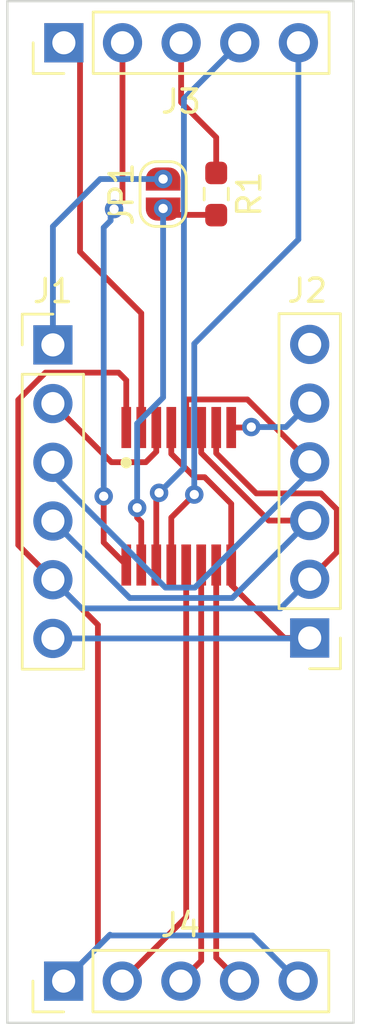
<source format=kicad_pcb>
(kicad_pcb (version 20240108) (generator "pcbnew") (generator_version "8.0")
  (layers (0 "F.Cu" signal) (31 "B.Cu" signal) (34 "B.Paste" user) (35 "F.Paste" user) (36 "B.SilkS" user "B.Silkscreen") (37 "F.SilkS" user "F.Silkscreen") (38 "B.Mask" user) (39 "F.Mask" user) (44 "Edge.Cuts" user))
  (net 0 "")
  (net 1 "8_O")
  (net 2 "+5V")
  (net 3 "GND")
  (net 4 "STCP")
  (net 5 "DS")
  (net 6 "SHCP")
  (net 7 "DS_O")
  (net 9 "QH")
  (net 10 "QG")
  (net 11 "QD")
  (net 12 "QC")
  (net 13 "QB")
  (net 14 "QF")
  (net 15 "QE")
  (net 16 "QA")
  (net 17 "Net-(J3-Pin_3)")
  (footprint "Connector_PinHeader_2.54mm:PinHeader_1x06_P2.54mm_Vertical" (layer "F.Cu") (at 154.25 95.005 180)
    (property "Reference" "J2" (at 0.1 15.025 180) (layer "F.SilkS"))
    (property "Value" "OUTPUT")
    (fp_line (start 1.33 1.27) (end 1.33 14.03) (stroke (width 0.12)) (layer "F.SilkS"))
    (fp_line (start -1.33 14.03) (end 1.33 14.03) (stroke (width 0.12)) (layer "F.SilkS"))
    (fp_line (start -1.33 1.27) (end 1.33 1.27) (stroke (width 0.12)) (layer "F.SilkS"))
    (fp_line (start -1.33 1.27) (end -1.33 14.03) (stroke (width 0.12)) (layer "F.SilkS"))
    (fp_line (start -1.33 0) (end -1.33 -1.33) (stroke (width 0.12)) (layer "F.SilkS"))
    (fp_line (start -1.33 -1.33) (end 0 -1.33) (stroke (width 0.12)) (layer "F.SilkS"))
    (pad "1" thru_hole rect (at 0 0 180) (size 1.7 1.7) (drill 1) (layers "*.Cu" "*.Mask") (net 3 "GND"))
    (pad "2" thru_hole oval (at 0 2.54 180) (size 1.7 1.7) (drill 1) (layers "*.Cu" "*.Mask") (net 2 "+5V"))
    (pad "3" thru_hole oval (at 0 5.08 180) (size 1.7 1.7) (drill 1) (layers "*.Cu" "*.Mask") (net 6 "SHCP"))
    (pad "4" thru_hole oval (at 0 7.62 180) (size 1.7 1.7) (drill 1) (layers "*.Cu" "*.Mask") (net 4 "STCP"))
    (pad "5" thru_hole oval (at 0 10.16 180) (size 1.7 1.7) (drill 1) (layers "*.Cu" "*.Mask") (net 7 "DS_O"))
    (pad "6" thru_hole oval (at 0 12.7 180) (size 1.7 1.7) (drill 1) (layers "*.Cu" "*.Mask"))
  )
  (footprint "Connector_PinHeader_2.54mm:PinHeader_1x05_P2.54mm_Vertical" (layer "F.Cu") (at 143.59 109.85 90)
    (property "Reference" "J4" (at 2.425 5.06 0) (layer "F.SilkS"))
    (property "Value" "DOWN" (hide yes))
    (fp_line (start -1.33 -1.33) (end 0 -1.33) (stroke (width 0.12)) (layer "F.SilkS"))
    (fp_line (start -1.33 0) (end -1.33 -1.33) (stroke (width 0.12)) (layer "F.SilkS"))
    (fp_line (start 1.33 1.27) (end 1.33 11.49) (stroke (width 0.12)) (layer "F.SilkS"))
    (fp_line (start -1.33 1.27) (end 1.33 1.27) (stroke (width 0.12)) (layer "F.SilkS"))
    (fp_line (start -1.33 1.27) (end -1.33 11.49) (stroke (width 0.12)) (layer "F.SilkS"))
    (fp_line (start -1.33 11.49) (end 1.33 11.49) (stroke (width 0.12)) (layer "F.SilkS"))
    (pad "1" thru_hole rect (at 0 0 90) (size 1.7 1.7) (drill 1) (layers "*.Cu" "*.Mask") (net 2 "+5V"))
    (pad "2" thru_hole oval (at 0 2.54 90) (size 1.7 1.7) (drill 1) (layers "*.Cu" "*.Mask") (net 14 "QF"))
    (pad "3" thru_hole oval (at 0 5.08 90) (size 1.7 1.7) (drill 1) (layers "*.Cu" "*.Mask") (net 10 "QG"))
    (pad "4" thru_hole oval (at 0 7.62 90) (size 1.7 1.7) (drill 1) (layers "*.Cu" "*.Mask") (net 9 "QH"))
    (pad "5" thru_hole oval (at 0 10.16 90) (size 1.7 1.7) (drill 1) (layers "*.Cu" "*.Mask") (net 2 "+5V"))
  )
  (footprint "Connector_PinHeader_2.54mm:PinHeader_1x06_P2.54mm_Vertical" (layer "F.Cu") (at 143.125 82.325)
    (property "Reference" "J1" (at 0 -2.33 0) (layer "F.SilkS"))
    (property "Value" "INPUT")
    (fp_line (start -1.33 -1.33) (end 0 -1.33) (stroke (width 0.12)) (layer "F.SilkS"))
    (fp_line (start -1.33 0) (end -1.33 -1.33) (stroke (width 0.12)) (layer "F.SilkS"))
    (fp_line (start -1.33 1.27) (end -1.33 14.03) (stroke (width 0.12)) (layer "F.SilkS"))
    (fp_line (start -1.33 1.27) (end 1.33 1.27) (stroke (width 0.12)) (layer "F.SilkS"))
    (fp_line (start -1.33 14.03) (end 1.33 14.03) (stroke (width 0.12)) (layer "F.SilkS"))
    (fp_line (start 1.33 1.27) (end 1.33 14.03) (stroke (width 0.12)) (layer "F.SilkS"))
    (pad "1" thru_hole rect (at 0 0) (size 1.7 1.7) (drill 1) (layers "*.Cu" "*.Mask") (net 1 "8_O"))
    (pad "2" thru_hole oval (at 0 2.54) (size 1.7 1.7) (drill 1) (layers "*.Cu" "*.Mask") (net 5 "DS"))
    (pad "3" thru_hole oval (at 0 5.08) (size 1.7 1.7) (drill 1) (layers "*.Cu" "*.Mask") (net 4 "STCP"))
    (pad "4" thru_hole oval (at 0 7.62) (size 1.7 1.7) (drill 1) (layers "*.Cu" "*.Mask") (net 6 "SHCP"))
    (pad "5" thru_hole oval (at 0 10.16) (size 1.7 1.7) (drill 1) (layers "*.Cu" "*.Mask") (net 2 "+5V"))
    (pad "6" thru_hole oval (at 0 12.7) (size 1.7 1.7) (drill 1) (layers "*.Cu" "*.Mask") (net 3 "GND"))
  )
  (footprint "Resistor_SMD:R_0603_1608Metric_Pad0.98x0.95mm_HandSolder" (layer "F.Cu") (at 150.2 75.8 -90)
    (property "Reference" "R1" (at 0 -1.43 90) (layer "F.SilkS"))
    (property "Value" "R220" (hide yes))
    (fp_line (start -0.254724 0.5225) (end 0.254724 0.5225) (stroke (width 0.12)) (layer "F.SilkS"))
    (fp_line (start -0.254724 -0.5225) (end 0.254724 -0.5225) (stroke (width 0.12)) (layer "F.SilkS"))
    (pad "1" smd roundrect (at -0.9125 0 270) (size 0.975 0.95) (layers "F.Cu" "F.Paste" "F.Mask") (net 17 "Net-(J3-Pin_3)"))
    (pad "2" smd roundrect (at 0.9125 0 270) (size 0.975 0.95) (layers "F.Cu" "F.Paste" "F.Mask") (net 12 "QC"))
  )
  (footprint "Jumper:SolderJumper-2_P1.3mm_Open_RoundedPad1.0x1.5mm" (layer "F.Cu") (at 147.9 75.8 90)
    (property "Reference" "JP1" (at 0 -1.8 270) (layer "F.SilkS"))
    (property "Value" "SolderJumper_2_Open" (hide yes))
    (fp_line (start -0.7 -1) (end 0.7 -1) (stroke (width 0.12)) (layer "F.SilkS"))
    (fp_line (start 1.4 -0.3) (end 1.4 0.3) (stroke (width 0.12)) (layer "F.SilkS"))
    (fp_line (start -1.4 0.3) (end -1.4 -0.3) (stroke (width 0.12)) (layer "F.SilkS"))
    (fp_line (start 0.7 1) (end -0.7 1) (stroke (width 0.12)) (layer "F.SilkS"))
    (fp_arc (start 0.7 -1) (mid 1.194975 -0.794975) (end 1.4 -0.3) (stroke (width 0.12)) (layer "F.SilkS"))
    (fp_arc (start -1.4 -0.3) (mid -1.194975 -0.794975) (end -0.7 -1) (stroke (width 0.12)) (layer "F.SilkS"))
    (fp_arc (start 1.4 0.3) (mid 1.194975 0.794975) (end 0.7 1) (stroke (width 0.12)) (layer "F.SilkS"))
    (fp_arc (start -0.7 1) (mid -1.194975 0.794975) (end -1.4 0.3) (stroke (width 0.12)) (layer "F.SilkS"))
    (pad "1" smd custom (at -0.65 0 90) (size 1 0.5) (layers "F.Cu" "F.Mask") (net 12 "QC") (options (clearance outline) (anchor rect)) (primitives (gr_circle (center 0 0.25) (end 0.5 0.25) (width 0) (fill yes)) (gr_circle (center 0 -0.25) (end 0.5 -0.25) (width 0) (fill yes)) (gr_poly (pts (xy 0.5 0.75) (xy 0 0.75) (xy 0 -0.75) (xy 0.5 -0.75)) (width 0) (fill yes))))
    (pad "2" smd custom (at 0.65 0 90) (size 1 0.5) (layers "F.Cu" "F.Mask") (net 1 "8_O") (options (clearance outline) (anchor rect)) (primitives (gr_circle (center 0 0.25) (end 0.5 0.25) (width 0) (fill yes)) (gr_circle (center 0 -0.25) (end 0.5 -0.25) (width 0) (fill yes)) (gr_poly (pts (xy 0 0.75) (xy -0.5 0.75) (xy -0.5 -0.75) (xy 0 -0.75)) (width 0) (fill yes))))
  )
  (footprint "Connector_PinHeader_2.54mm:PinHeader_1x05_P2.54mm_Vertical" (layer "F.Cu") (at 143.6 69.255 90)
    (property "Reference" "J3" (at -2.545 5.075 0) (layer "F.SilkS"))
    (property "Value" "UP" (hide yes))
    (fp_line (start -1.33 -1.33) (end 0 -1.33) (stroke (width 0.12)) (layer "F.SilkS"))
    (fp_line (start -1.33 0) (end -1.33 -1.33) (stroke (width 0.12)) (layer "F.SilkS"))
    (fp_line (start 1.33 1.27) (end 1.33 11.49) (stroke (width 0.12)) (layer "F.SilkS"))
    (fp_line (start -1.33 1.27) (end 1.33 1.27) (stroke (width 0.12)) (layer "F.SilkS"))
    (fp_line (start -1.33 1.27) (end -1.33 11.49) (stroke (width 0.12)) (layer "F.SilkS"))
    (fp_line (start -1.33 11.49) (end 1.33 11.49) (stroke (width 0.12)) (layer "F.SilkS"))
    (pad "1" thru_hole rect (at 0 0 90) (size 1.7 1.7) (drill 1) (layers "*.Cu" "*.Mask") (net 16 "QA"))
    (pad "2" thru_hole oval (at 0 2.54 90) (size 1.7 1.7) (drill 1) (layers "*.Cu" "*.Mask") (net 13 "QB"))
    (pad "3" thru_hole oval (at 0 5.08 90) (size 1.7 1.7) (drill 1) (layers "*.Cu" "*.Mask") (net 17 "Net-(J3-Pin_3)"))
    (pad "4" thru_hole oval (at 0 7.62 90) (size 1.7 1.7) (drill 1) (layers "*.Cu" "*.Mask") (net 11 "QD"))
    (pad "5" thru_hole oval (at 0 10.16 90) (size 1.7 1.7) (drill 1) (layers "*.Cu" "*.Mask") (net 15 "QE"))
  )
  (footprint "Display:TSSOP16" (layer "F.Cu") (at 148.57694 88.87434)
    (property "Reference" "U1")
    (property "Value" "74HC595")
    (fp_line (start 2.48412 -2.19964) (end 2.49936 -2.19964) (stroke (width 0.00254)) (layer "F.SilkS"))
    (pad "1" smd rect (at -2.2733 2.97434 180) (size 0.4191 1.778) (layers "F.Cu" "F.Paste" "F.Mask") (net 13 "QB"))
    (pad "2" smd rect (at -1.62306 2.97434 180) (size 0.4191 1.778) (layers "F.Cu" "F.Paste" "F.Mask") (net 12 "QC"))
    (pad "3" smd rect (at -0.97282 2.97434 180) (size 0.4191 1.778) (layers "F.Cu" "F.Paste" "F.Mask") (net 11 "QD"))
    (pad "4" smd rect (at -0.32258 2.97434 180) (size 0.4191 1.778) (layers "F.Cu" "F.Paste" "F.Mask") (net 15 "QE"))
    (pad "5" smd rect (at 0.32258 2.97434 180) (size 0.4191 1.778) (layers "F.Cu" "F.Paste" "F.Mask") (net 14 "QF"))
    (pad "6" smd rect (at 0.97282 2.97434 180) (size 0.4191 1.778) (layers "F.Cu" "F.Paste" "F.Mask") (net 10 "QG"))
    (pad "7" smd rect (at 1.62306 2.97434 180) (size 0.4191 1.778) (layers "F.Cu" "F.Paste" "F.Mask") (net 9 "QH"))
    (pad "8" smd rect (at 2.2733 2.97434 180) (size 0.4191 1.778) (layers "F.Cu" "F.Paste" "F.Mask") (net 3 "GND"))
    (pad "9" smd rect (at 2.2733 -2.97434) (size 0.4191 1.778) (layers "F.Cu" "F.Paste" "F.Mask") (net 7 "DS_O"))
    (pad "10" smd rect (at 1.62306 -2.97434) (size 0.4191 1.778) (layers "F.Cu" "F.Paste" "F.Mask") (net 2 "+5V"))
    (pad "11" smd rect (at 0.97282 -2.97434) (size 0.4191 1.778) (layers "F.Cu" "F.Paste" "F.Mask") (net 6 "SHCP"))
    (pad "12" smd rect (at 0.32258 -2.97434) (size 0.4191 1.778) (layers "F.Cu" "F.Paste" "F.Mask") (net 4 "STCP"))
    (pad "13" smd rect (at -0.32258 -2.97434) (size 0.4191 1.778) (layers "F.Cu" "F.Paste" "F.Mask") (net 3 "GND"))
    (pad "14" smd rect (at -0.97282 -2.97434) (size 0.4191 1.778) (layers "F.Cu" "F.Paste" "F.Mask") (net 5 "DS"))
    (pad "15" smd rect (at -1.62306 -2.97434) (size 0.4191 1.778) (layers "F.Cu" "F.Paste" "F.Mask") (net 16 "QA"))
    (pad "16" smd rect (at -2.2733 -2.97434) (size 0.4191 1.778) (layers "F.Cu" "F.Paste" "F.Mask") (net 2 "+5V"))
  )
  (gr_circle (center 146.3 87.425) (end 146.495256 87.425) (stroke (width 0.1)) (fill solid) (layer "F.SilkS"))
  (gr_rect (start 141.15 67.455) (end 156.15 111.655) (stroke (width 0.1)) (fill none) (layer "Edge.Cuts"))
  (via (at 147.9 75.15) (size 0.8) (drill 0.4) (layers "F.Cu" "B.Cu") (net 1))
  (segment (start 143.125 77.2) (end 145.175 75.15) (width 0.25) (layer "B.Cu") (net 1))
  (segment (start 143.125 82.325) (end 143.125 77.2) (width 0.25) (layer "B.Cu") (net 1))
  (segment (start 145.175 75.15) (end 147.9 75.15) (width 0.25) (layer "B.Cu") (net 1))
  (segment (start 150.2 85.9) (end 150.2 87.012154) (width 0.25) (layer "F.Cu") (net 2))
  (segment (start 145.075 94.435) (end 143.125 92.485) (width 0.25) (layer "F.Cu") (net 2))
  (segment (start 154.736701 88.75) (end 155.425 89.438299) (width 0.25) (layer "F.Cu") (net 2))
  (segment (start 143.59 109.85) (end 145.075 108.365) (width 0.25) (layer "F.Cu") (net 2))
  (segment (start 141.625 90.985) (end 141.625 84.703299) (width 0.25) (layer "F.Cu") (net 2))
  (segment (start 151.937846 88.75) (end 154.736701 88.75) (width 0.25) (layer "F.Cu") (net 2))
  (segment (start 155.425 89.438299) (end 155.425 91.29) (width 0.25) (layer "F.Cu") (net 2))
  (segment (start 142.803299 83.525) (end 145.975 83.525) (width 0.25) (layer "F.Cu") (net 2))
  (segment (start 150.2 87.012154) (end 151.937846 88.75) (width 0.25) (layer "F.Cu") (net 2))
  (segment (start 145.975 83.525) (end 146.30364 83.85364) (width 0.25) (layer "F.Cu") (net 2))
  (segment (start 145.075 108.365) (end 145.075 94.435) (width 0.25) (layer "F.Cu") (net 2))
  (segment (start 141.625 84.703299) (end 142.803299 83.525) (width 0.25) (layer "F.Cu") (net 2))
  (segment (start 155.425 91.29) (end 154.25 92.465) (width 0.25) (layer "F.Cu") (net 2))
  (segment (start 143.125 92.485) (end 141.625 90.985) (width 0.25) (layer "F.Cu") (net 2))
  (segment (start 146.30364 83.85364) (end 146.30364 85.9) (width 0.25) (layer "F.Cu") (net 2))
  (segment (start 152.99 93.725) (end 154.25 92.465) (width 0.25) (layer "B.Cu") (net 2))
  (segment (start 145.565 107.875) (end 143.59 109.85) (width 0.25) (layer "B.Cu") (net 2))
  (segment (start 153.75 109.85) (end 151.775 107.875) (width 0.25) (layer "B.Cu") (net 2))
  (segment (start 144.365 93.725) (end 152.99 93.725) (width 0.25) (layer "B.Cu") (net 2))
  (segment (start 143.125 92.485) (end 144.365 93.725) (width 0.25) (layer "B.Cu") (net 2))
  (segment (start 151.775 107.875) (end 145.565 107.875) (width 0.25) (layer "B.Cu") (net 2))
  (segment (start 143.59 109.85) (end 145.6 107.84) (width 0.25) (layer "B.Cu") (net 2))
  (segment (start 149.7 88.05) (end 150.85024 89.20024) (width 0.25) (layer "F.Cu") (net 3))
  (segment (start 148.25436 85.9) (end 148.25436 87.039) (width 0.25) (layer "F.Cu") (net 3))
  (segment (start 150.85024 89.20024) (end 150.85024 91.84868) (width 0.25) (layer "F.Cu") (net 3))
  (segment (start 150.85024 92.70524) (end 150.85024 91.84868) (width 0.25) (layer "F.Cu") (net 3))
  (segment (start 153.15 95.005) (end 150.85024 92.70524) (width 0.25) (layer "F.Cu") (net 3))
  (segment (start 148.25436 87.039) (end 149.26536 88.05) (width 0.25) (layer "F.Cu") (net 3))
  (segment (start 154.25 95.005) (end 153.15 95.005) (width 0.25) (layer "F.Cu") (net 3))
  (segment (start 149.26536 88.05) (end 149.7 88.05) (width 0.25) (layer "F.Cu") (net 3))
  (segment (start 154.23 95.025) (end 154.25 95.005) (width 0.25) (layer "B.Cu") (net 3))
  (segment (start 143.125 95.025) (end 154.23 95.025) (width 0.25) (layer "B.Cu") (net 3))
  (segment (start 148.89952 84.71439) (end 148.89952 85.9) (width 0.25) (layer "F.Cu") (net 4))
  (segment (start 151.551 84.686) (end 148.92791 84.686) (width 0.25) (layer "F.Cu") (net 4))
  (segment (start 154.25 87.385) (end 151.551 84.686) (width 0.25) (layer "F.Cu") (net 4))
  (segment (start 148.92791 84.686) (end 148.89952 84.71439) (width 0.25) (layer "F.Cu") (net 4))
  (segment (start 148 92.825) (end 149.275 92.825) (width 0.25) (layer "B.Cu") (net 4))
  (segment (start 154.25 87.85) (end 154.25 87.385) (width 0.25) (layer "B.Cu") (net 4))
  (segment (start 143.125 87.405) (end 143.125 87.95) (width 0.25) (layer "B.Cu") (net 4))
  (segment (start 149.275 92.825) (end 154.25 87.85) (width 0.25) (layer "B.Cu") (net 4))
  (segment (start 143.125 87.95) (end 148 92.825) (width 0.25) (layer "B.Cu") (net 4))
  (segment (start 145.66 87.4) (end 147.15 87.4) (width 0.25) (layer "F.Cu") (net 5))
  (segment (start 147.60412 86.94588) (end 147.60412 85.9) (width 0.25) (layer "F.Cu") (net 5))
  (segment (start 147.15 87.4) (end 147.60412 86.94588) (width 0.25) (layer "F.Cu") (net 5))
  (segment (start 143.125 84.865) (end 145.66 87.4) (width 0.25) (layer "F.Cu") (net 5))
  (segment (start 149.54976 86.99831) (end 149.54976 85.9) (width 0.25) (layer "F.Cu") (net 6))
  (segment (start 154.25 89.925) (end 152.47645 89.925) (width 0.25) (layer "F.Cu") (net 6))
  (segment (start 152.47645 89.925) (end 149.54976 86.99831) (width 0.25) (layer "F.Cu") (net 6))
  (segment (start 146.455 93.275) (end 150.9 93.275) (width 0.25) (layer "B.Cu") (net 6))
  (segment (start 143.125 89.945) (end 146.455 93.275) (width 0.25) (layer "B.Cu") (net 6))
  (segment (start 150.9 93.275) (end 154.25 89.925) (width 0.25) (layer "B.Cu") (net 6))
  (segment (start 151.7 85.9) (end 150.85024 85.9) (width 0.25) (layer "F.Cu") (net 7))
  (segment (start 151.719847 85.880153) (end 151.7 85.9) (width 0.25) (layer "F.Cu") (net 7))
  (via (at 151.719847 85.880153) (size 0.8) (drill 0.4) (layers "F.Cu" "B.Cu") (net 7))
  (segment (start 153.214847 85.880153) (end 154.25 84.845) (width 0.25) (layer "B.Cu") (net 7))
  (segment (start 151.719847 85.880153) (end 153.214847 85.880153) (width 0.25) (layer "B.Cu") (net 7))
  (segment (start 151.21 109.85) (end 150.2 108.84) (width 0.25) (layer "F.Cu") (net 9))
  (segment (start 150.2 108.84) (end 150.2 91.84868) (width 0.25) (layer "F.Cu") (net 9))
  (segment (start 148.67 109.85) (end 149.54976 108.97024) (width 0.25) (layer "F.Cu") (net 10))
  (segment (start 149.54976 108.97024) (end 149.54976 91.84868) (width 0.25) (layer "F.Cu") (net 10))
  (segment (start 147.60412 88.84588) (end 147.60412 91.84868) (width 0.25) (layer "F.Cu") (net 11))
  (segment (start 147.725 88.725) (end 147.60412 88.84588) (width 0.25) (layer "F.Cu") (net 11))
  (via (at 147.725 88.725) (size 0.8) (drill 0.4) (layers "F.Cu" "B.Cu") (net 11))
  (segment (start 148.8 71.675) (end 148.8 87.65) (width 0.25) (layer "B.Cu") (net 11))
  (segment (start 151.22 69.255) (end 148.8 71.675) (width 0.25) (layer "B.Cu") (net 11))
  (segment (start 148.8 87.65) (end 147.725 88.725) (width 0.25) (layer "B.Cu") (net 11))
  (segment (start 147.9 76.45) (end 147.9 76.45) (width 0.25) (layer "F.Cu") (net 12))
  (segment (start 147.9 76.45) (end 147.9 76.425) (width 0.25) (layer "F.Cu") (net 12))
  (segment (start 148.15 76.7) (end 150.1875 76.7) (width 0.25) (layer "F.Cu") (net 12))
  (segment (start 146.95388 89.97888) (end 146.95388 91.84868) (width 0.25) (layer "F.Cu") (net 12))
  (segment (start 150.1875 76.7) (end 150.2 76.7125) (width 0.25) (layer "F.Cu") (net 12))
  (segment (start 146.775 89.375) (end 146.775 89.8) (width 0.25) (layer "F.Cu") (net 12))
  (segment (start 147.875 76.425) (end 148.15 76.7) (width 0.25) (layer "F.Cu") (net 12))
  (segment (start 147.9 76.425) (end 147.875 76.425) (width 0.25) (layer "F.Cu") (net 12))
  (segment (start 146.775 89.8) (end 146.95388 89.97888) (width 0.25) (layer "F.Cu") (net 12))
  (via (at 147.9 76.425) (size 0.8) (drill 0.4) (layers "F.Cu" "B.Cu") (net 12))
  (via (at 146.775 89.375) (size 0.8) (drill 0.4) (layers "F.Cu" "B.Cu") (net 12))
  (segment (start 147.9 76.425) (end 147.9 84.599315) (width 0.25) (layer "B.Cu") (net 12))
  (segment (start 147.9 84.599315) (end 146.775 85.724315) (width 0.25) (layer "B.Cu") (net 12))
  (segment (start 146.775 85.724315) (end 146.775 89.375) (width 0.25) (layer "B.Cu") (net 12))
  (segment (start 146.14 76.085) (end 146.14 69.255) (width 0.25) (layer "F.Cu") (net 13))
  (segment (start 145.325 90.87004) (end 145.325 88.875) (width 0.25) (layer "F.Cu") (net 13))
  (segment (start 145.775 76.45) (end 146.14 76.085) (width 0.25) (layer "F.Cu") (net 13))
  (segment (start 146.30364 91.84868) (end 145.325 90.87004) (width 0.25) (layer "F.Cu") (net 13))
  (via (at 145.775 76.45) (size 0.8) (drill 0.4) (layers "F.Cu" "B.Cu") (net 13))
  (via (at 145.325 88.875) (size 0.8) (drill 0.4) (layers "F.Cu" "B.Cu") (net 13))
  (segment (start 145.575 77) (end 145.625 76.95) (width 0.25) (layer "B.Cu") (net 13))
  (segment (start 145.625 76.95) (end 145.625 76.6) (width 0.25) (layer "B.Cu") (net 13))
  (segment (start 145.325 88.875) (end 145.325 77.25) (width 0.25) (layer "B.Cu") (net 13))
  (segment (start 145.325 77.25) (end 145.575 77) (width 0.25) (layer "B.Cu") (net 13))
  (segment (start 145.625 76.6) (end 145.775 76.45) (width 0.25) (layer "B.Cu") (net 13))
  (segment (start 148.89952 107.08048) (end 148.89952 91.84868) (width 0.25) (layer "F.Cu") (net 14))
  (segment (start 146.13 109.85) (end 148.89952 107.08048) (width 0.25) (layer "F.Cu") (net 14))
  (segment (start 148.25436 89.79564) (end 148.25436 91.84868) (width 0.25) (layer "F.Cu") (net 15))
  (segment (start 149.25 88.8) (end 148.25436 89.79564) (width 0.25) (layer "F.Cu") (net 15))
  (via (at 149.25 88.8) (size 0.8) (drill 0.4) (layers "F.Cu" "B.Cu") (net 15))
  (segment (start 153.76 69.255) (end 153.76 77.765) (width 0.25) (layer "B.Cu") (net 15))
  (segment (start 153.76 77.765) (end 149.25 82.275) (width 0.25) (layer "B.Cu") (net 15))
  (segment (start 149.25 82.275) (end 149.25 88.8) (width 0.25) (layer "B.Cu") (net 15))
  (segment (start 144.3 78.3) (end 146.95388 80.95388) (width 0.25) (layer "F.Cu") (net 16))
  (segment (start 146.95388 80.95388) (end 146.95388 85.9) (width 0.25) (layer "F.Cu") (net 16))
  (segment (start 143.6 69.255) (end 144.3 69.955) (width 0.25) (layer "F.Cu") (net 16))
  (segment (start 144.3 69.955) (end 144.3 78.3) (width 0.25) (layer "F.Cu") (net 16))
  (segment (start 148.68 69.255) (end 148.68 71.83) (width 0.25) (layer "F.Cu") (net 17))
  (segment (start 150.2 73.35) (end 150.2 74.8875) (width 0.25) (layer "F.Cu") (net 17))
  (segment (start 148.68 71.83) (end 150.2 73.35) (width 0.25) (layer "F.Cu") (net 17))
)
</source>
